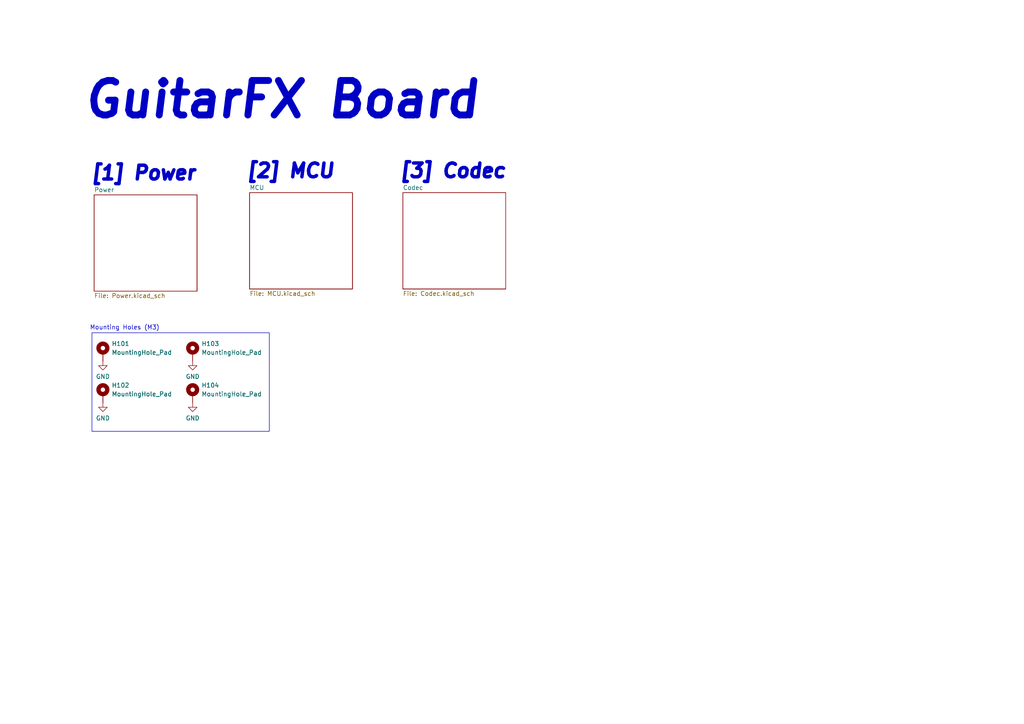
<source format=kicad_sch>
(kicad_sch (version 20230121) (generator eeschema)
  (paper "A4")
  (title_block (title "GuitarFX") (date "2024-07-23"))
  (lib_symbols
    (symbol "Mechanical:MountingHole_Pad" (pin_numbers hide) (pin_names (offset 1.016) hide)
      (property "Reference" "H" (at 0 6.35 0))
      (property "Value" "MountingHole_Pad" (at 0 4.445 0))
      (symbol "MountingHole_Pad_0_1"
        (circle (center 0 1.27) (radius 1.27) (stroke (width 1.27)))
      )
      (symbol "MountingHole_Pad_1_1"
        (pin input line (at 0 -2.54 90) (length 2.54) (name "1") (number "1"))
      )
    )
    (symbol "power:GND" (power) (pin_names (offset 0))
      (property "Value" "GND" (at 0 -3.81 0))
      (symbol "GND_0_1"
        (polyline (pts (xy 0 0) (xy 0 -1.27) (xy 1.27 -1.27) (xy 0 -2.54) (xy -1.27 -1.27) (xy 0 -1.27)))
      )
      (symbol "GND_1_1"
        (pin power_in line (at 0 0 270) (length 0) hide (name "GND") (number "1"))
      )
    )
  )
  (rectangle (start 26.67 96.52) (end 78.105 125.095))
  (text "[1] Power" (at 26.035 52.705 0) (effects (font (size 4 4) (thickness 2) bold italic) (justify left bottom)))
  (text "GuitarFX Board" (at 23.495 34.925 0) (effects (font (size 10 10) bold italic) (justify left bottom)))
  (text "[2] MCU" (at 71.12 52.07 0) (effects (font (size 4 4) (thickness 2) bold italic) (justify left bottom)))
  (text "Mounting Holes (M3)" (at 26.035 95.885 0) (effects (font (size 1.27 1.27)) (justify left bottom)))
  (text "[3] Codec" (at 115.57 52.07 0) (effects (font (size 4 4) (thickness 2) bold italic) (justify left bottom)))
  (symbol (lib_id "power:GND") (at 29.845 104.775 0) (unit 1)
    (property "Reference" "#PWR0101" (effects hide))
    (property "Value" "GND" (at 29.845 109.22 0))
  )
  (symbol (lib_id "Mechanical:MountingHole_Pad") (at 29.845 114.3 0) (unit 1)
    (property "Reference" "H102" (at 32.385 111.76 0) (effects (justify left)))
    (property "Value" "MountingHole_Pad" (at 32.385 114.3 0) (effects (justify left)))
    (property "Footprint" "MountingHole:MountingHole_3.2mm_M3_Pad" (effects hide))
  )
  (symbol (lib_id "Mechanical:MountingHole_Pad") (at 55.88 102.235 0) (unit 1)
    (property "Reference" "H103" (at 58.42 99.695 0) (effects (justify left)))
    (property "Value" "MountingHole_Pad" (at 58.42 102.235 0) (effects (justify left)))
    (property "Footprint" "MountingHole:MountingHole_3.2mm_M3_Pad" (effects hide))
  )
  (symbol (lib_id "power:GND") (at 55.88 104.775 0) (unit 1)
    (property "Reference" "#PWR0103" (effects hide))
    (property "Value" "GND" (at 55.88 109.22 0))
  )
  (symbol (lib_id "power:GND") (at 55.88 116.84 0) (unit 1)
    (property "Reference" "#PWR0104" (effects hide))
    (property "Value" "GND" (at 55.88 121.285 0))
  )
  (symbol (lib_id "power:GND") (at 29.845 116.84 0) (unit 1)
    (property "Reference" "#PWR0102" (effects hide))
    (property "Value" "GND" (at 29.845 121.285 0))
  )
  (symbol (lib_id "Mechanical:MountingHole_Pad") (at 29.845 102.235 0) (unit 1)
    (property "Reference" "H101" (at 32.385 99.695 0) (effects (justify left)))
    (property "Value" "MountingHole_Pad" (at 32.385 102.235 0) (effects (justify left)))
    (property "Footprint" "MountingHole:MountingHole_3.2mm_M3_Pad" (effects hide))
  )
  (symbol (lib_id "Mechanical:MountingHole_Pad") (at 55.88 114.3 0) (unit 1)
    (property "Reference" "H104" (at 58.42 111.76 0) (effects (justify left)))
    (property "Value" "MountingHole_Pad" (at 58.42 114.3 0) (effects (justify left)))
    (property "Footprint" "MountingHole:MountingHole_3.2mm_M3_Pad" (effects hide))
  )
  (sheet (at 27.305 56.515) (size 29.845 27.94) (stroke (width 0.1524))
    (property "Sheetname" "Power" (at 27.305 55.8034 0) (effects (justify left bottom)))
    (property "Sheetfile" "Power.kicad_sch" (at 27.305 85.0396 0) (effects (justify left top)))
  )
  (sheet (at 72.39 55.88) (size 29.845 27.94) (stroke (width 0.1524))
    (property "Sheetname" "MCU" (at 72.39 55.1684 0) (effects (justify left bottom)))
    (property "Sheetfile" "MCU.kicad_sch" (at 72.39 84.4046 0) (effects (justify left top)))
  )
  (sheet (at 116.84 55.88) (size 29.845 27.94) (stroke (width 0.1524))
    (property "Sheetname" "Codec" (at 116.84 55.1684 0) (effects (justify left bottom)))
    (property "Sheetfile" "Codec.kicad_sch" (at 116.84 84.4046 0) (effects (justify left top)))
  )
)
</source>
